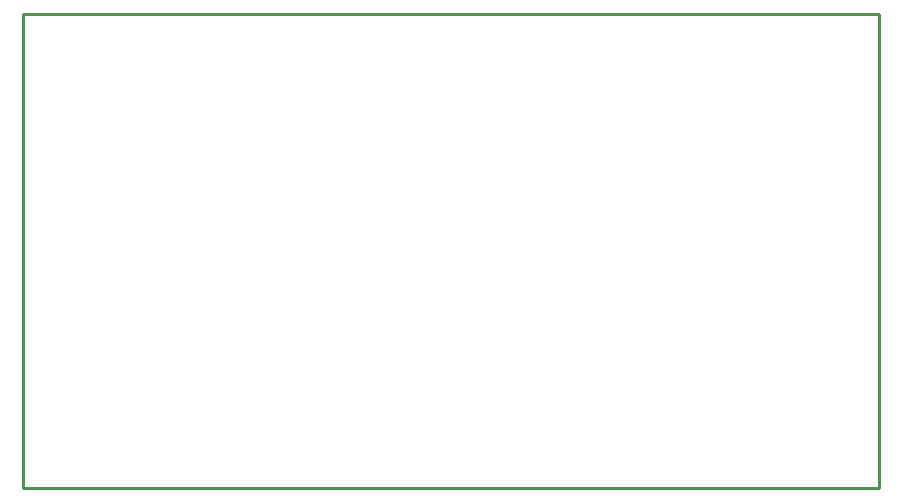
<source format=gko>
G04 Layer: BoardOutlineLayer*
G04 EasyEDA v6.5.22, 2023-01-31 16:09:17*
G04 6fe1b45eb15a465e87536e095b6672f0,ba5b2474b43344648d466766df5634d0,10*
G04 Gerber Generator version 0.2*
G04 Scale: 100 percent, Rotated: No, Reflected: No *
G04 Dimensions in millimeters *
G04 leading zeros omitted , absolute positions ,4 integer and 5 decimal *
%FSLAX45Y45*%
%MOMM*%

%ADD10C,0.2540*%
D10*
X7251700Y0D02*
G01*
X0Y0D01*
X7251700Y4013200D02*
G01*
X7251700Y0D01*
X0Y0D02*
G01*
X0Y4013200D01*
X0Y4013200D02*
G01*
X7251700Y4013200D01*

%LPD*%
M02*

</source>
